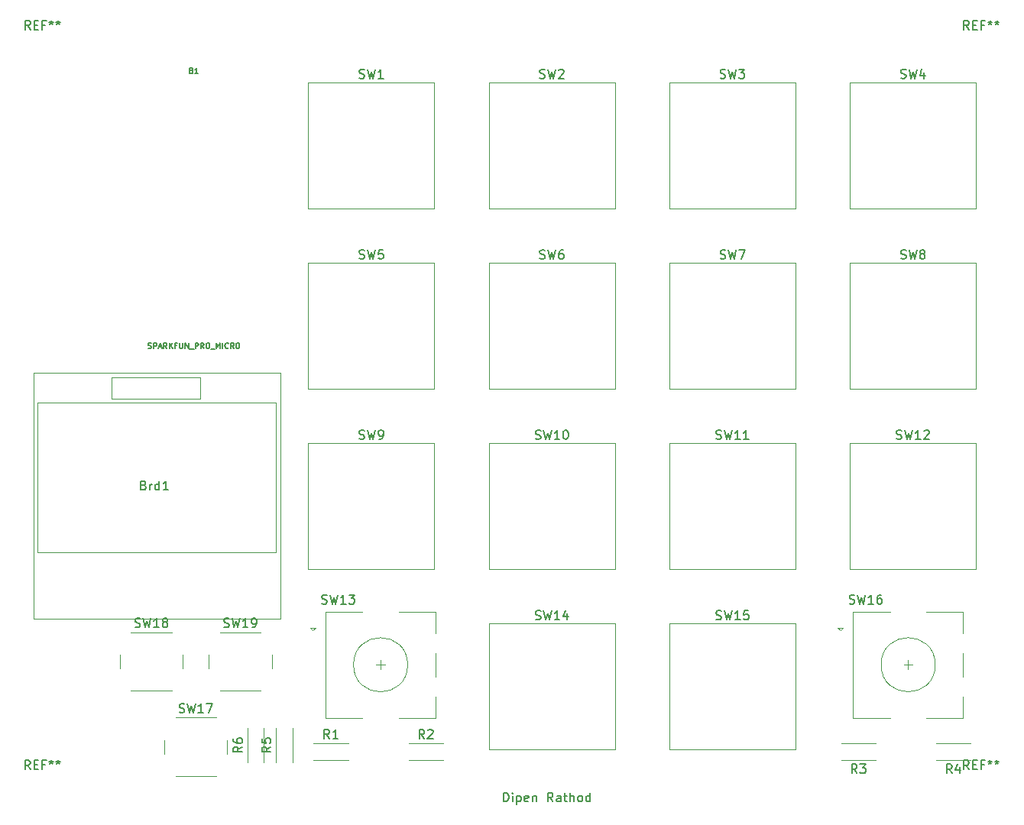
<source format=gbr>
%TF.GenerationSoftware,KiCad,Pcbnew,(5.1.6)-1*%
%TF.CreationDate,2021-03-20T19:18:11-04:00*%
%TF.ProjectId,MacroKeyboard2RotaryEncoders_Mech_with_profiles,4d616372-6f4b-4657-9962-6f6172643252,rev?*%
%TF.SameCoordinates,Original*%
%TF.FileFunction,Legend,Top*%
%TF.FilePolarity,Positive*%
%FSLAX46Y46*%
G04 Gerber Fmt 4.6, Leading zero omitted, Abs format (unit mm)*
G04 Created by KiCad (PCBNEW (5.1.6)-1) date 2021-03-20 19:18:11*
%MOMM*%
%LPD*%
G01*
G04 APERTURE LIST*
%ADD10C,0.150000*%
%ADD11C,0.120000*%
%ADD12C,0.127000*%
G04 APERTURE END LIST*
D10*
X100092476Y-125826780D02*
X100092476Y-124826780D01*
X100330571Y-124826780D01*
X100473428Y-124874400D01*
X100568666Y-124969638D01*
X100616285Y-125064876D01*
X100663904Y-125255352D01*
X100663904Y-125398209D01*
X100616285Y-125588685D01*
X100568666Y-125683923D01*
X100473428Y-125779161D01*
X100330571Y-125826780D01*
X100092476Y-125826780D01*
X101092476Y-125826780D02*
X101092476Y-125160114D01*
X101092476Y-124826780D02*
X101044857Y-124874400D01*
X101092476Y-124922019D01*
X101140095Y-124874400D01*
X101092476Y-124826780D01*
X101092476Y-124922019D01*
X101568666Y-125160114D02*
X101568666Y-126160114D01*
X101568666Y-125207733D02*
X101663904Y-125160114D01*
X101854380Y-125160114D01*
X101949619Y-125207733D01*
X101997238Y-125255352D01*
X102044857Y-125350590D01*
X102044857Y-125636304D01*
X101997238Y-125731542D01*
X101949619Y-125779161D01*
X101854380Y-125826780D01*
X101663904Y-125826780D01*
X101568666Y-125779161D01*
X102854380Y-125779161D02*
X102759142Y-125826780D01*
X102568666Y-125826780D01*
X102473428Y-125779161D01*
X102425809Y-125683923D01*
X102425809Y-125302971D01*
X102473428Y-125207733D01*
X102568666Y-125160114D01*
X102759142Y-125160114D01*
X102854380Y-125207733D01*
X102902000Y-125302971D01*
X102902000Y-125398209D01*
X102425809Y-125493447D01*
X103330571Y-125160114D02*
X103330571Y-125826780D01*
X103330571Y-125255352D02*
X103378190Y-125207733D01*
X103473428Y-125160114D01*
X103616285Y-125160114D01*
X103711523Y-125207733D01*
X103759142Y-125302971D01*
X103759142Y-125826780D01*
X105568666Y-125826780D02*
X105235333Y-125350590D01*
X104997238Y-125826780D02*
X104997238Y-124826780D01*
X105378190Y-124826780D01*
X105473428Y-124874400D01*
X105521047Y-124922019D01*
X105568666Y-125017257D01*
X105568666Y-125160114D01*
X105521047Y-125255352D01*
X105473428Y-125302971D01*
X105378190Y-125350590D01*
X104997238Y-125350590D01*
X106425809Y-125826780D02*
X106425809Y-125302971D01*
X106378190Y-125207733D01*
X106282952Y-125160114D01*
X106092476Y-125160114D01*
X105997238Y-125207733D01*
X106425809Y-125779161D02*
X106330571Y-125826780D01*
X106092476Y-125826780D01*
X105997238Y-125779161D01*
X105949619Y-125683923D01*
X105949619Y-125588685D01*
X105997238Y-125493447D01*
X106092476Y-125445828D01*
X106330571Y-125445828D01*
X106425809Y-125398209D01*
X106759142Y-125160114D02*
X107140095Y-125160114D01*
X106902000Y-124826780D02*
X106902000Y-125683923D01*
X106949619Y-125779161D01*
X107044857Y-125826780D01*
X107140095Y-125826780D01*
X107473428Y-125826780D02*
X107473428Y-124826780D01*
X107902000Y-125826780D02*
X107902000Y-125302971D01*
X107854380Y-125207733D01*
X107759142Y-125160114D01*
X107616285Y-125160114D01*
X107521047Y-125207733D01*
X107473428Y-125255352D01*
X108521047Y-125826780D02*
X108425809Y-125779161D01*
X108378190Y-125731542D01*
X108330571Y-125636304D01*
X108330571Y-125350590D01*
X108378190Y-125255352D01*
X108425809Y-125207733D01*
X108521047Y-125160114D01*
X108663904Y-125160114D01*
X108759142Y-125207733D01*
X108806761Y-125255352D01*
X108854380Y-125350590D01*
X108854380Y-125636304D01*
X108806761Y-125731542D01*
X108759142Y-125779161D01*
X108663904Y-125826780D01*
X108521047Y-125826780D01*
X109711523Y-125826780D02*
X109711523Y-124826780D01*
X109711523Y-125779161D02*
X109616285Y-125826780D01*
X109425809Y-125826780D01*
X109330571Y-125779161D01*
X109282952Y-125731542D01*
X109235333Y-125636304D01*
X109235333Y-125350590D01*
X109282952Y-125255352D01*
X109330571Y-125207733D01*
X109425809Y-125160114D01*
X109616285Y-125160114D01*
X109711523Y-125207733D01*
D11*
%TO.C,Brd1*%
X74879200Y-81559400D02*
X74625200Y-81571400D01*
X74879200Y-98196400D02*
X74879200Y-81559400D01*
X71539200Y-98171400D02*
X74879200Y-98196400D01*
X71539200Y-81571400D02*
X74625200Y-81571400D01*
X56718200Y-78765400D02*
X56718200Y-81178400D01*
X66497200Y-81178400D02*
X56718200Y-81178400D01*
X66497200Y-78765400D02*
X66497200Y-81178400D01*
X56718200Y-78765400D02*
X66497200Y-78765400D01*
X48439200Y-81571400D02*
X71539200Y-81571400D01*
X48439200Y-98171400D02*
X48439200Y-81571400D01*
X71539200Y-98171400D02*
X48439200Y-98171400D01*
X48017200Y-105576400D02*
X48017200Y-78276400D01*
X75417200Y-105576400D02*
X48017200Y-105576400D01*
X75417200Y-78276400D02*
X75417200Y-105576400D01*
X48017200Y-78276400D02*
X75417200Y-78276400D01*
%TO.C,R1*%
X79058400Y-121224800D02*
X82898400Y-121224800D01*
X79058400Y-119384800D02*
X82898400Y-119384800D01*
%TO.C,R2*%
X89579600Y-119386400D02*
X93419600Y-119386400D01*
X89579600Y-121226400D02*
X93419600Y-121226400D01*
%TO.C,R3*%
X141352999Y-119378599D02*
X137512999Y-119378599D01*
X141352999Y-121218599D02*
X137512999Y-121218599D01*
%TO.C,R4*%
X151871600Y-121221200D02*
X148031600Y-121221200D01*
X151871600Y-119381200D02*
X148031600Y-119381200D01*
%TO.C,R5*%
X76703801Y-121490999D02*
X76703801Y-117650999D01*
X74863801Y-121490999D02*
X74863801Y-117650999D01*
%TO.C,R6*%
X71713801Y-121490999D02*
X71713801Y-117650999D01*
X73553801Y-121490999D02*
X73553801Y-117650999D01*
%TO.C,SW1*%
X78475000Y-60065000D02*
X78475000Y-46095000D01*
X92445000Y-60065000D02*
X78475000Y-60065000D01*
X92445000Y-46095000D02*
X92445000Y-60065000D01*
X78475000Y-46095000D02*
X92445000Y-46095000D01*
%TO.C,SW2*%
X98475000Y-46095000D02*
X112445000Y-46095000D01*
X112445000Y-46095000D02*
X112445000Y-60065000D01*
X112445000Y-60065000D02*
X98475000Y-60065000D01*
X98475000Y-60065000D02*
X98475000Y-46095000D01*
%TO.C,SW3*%
X118475000Y-60065000D02*
X118475000Y-46095000D01*
X132445000Y-60065000D02*
X118475000Y-60065000D01*
X132445000Y-46095000D02*
X132445000Y-60065000D01*
X118475000Y-46095000D02*
X132445000Y-46095000D01*
%TO.C,SW4*%
X138475000Y-60065000D02*
X138475000Y-46095000D01*
X152445000Y-60065000D02*
X138475000Y-60065000D01*
X152445000Y-46095000D02*
X152445000Y-60065000D01*
X138475000Y-46095000D02*
X152445000Y-46095000D01*
%TO.C,SW5*%
X78475000Y-80065000D02*
X78475000Y-66095000D01*
X92445000Y-80065000D02*
X78475000Y-80065000D01*
X92445000Y-66095000D02*
X92445000Y-80065000D01*
X78475000Y-66095000D02*
X92445000Y-66095000D01*
%TO.C,SW6*%
X98475000Y-66095000D02*
X112445000Y-66095000D01*
X112445000Y-66095000D02*
X112445000Y-80065000D01*
X112445000Y-80065000D02*
X98475000Y-80065000D01*
X98475000Y-80065000D02*
X98475000Y-66095000D01*
%TO.C,SW7*%
X118475000Y-66095000D02*
X132445000Y-66095000D01*
X132445000Y-66095000D02*
X132445000Y-80065000D01*
X132445000Y-80065000D02*
X118475000Y-80065000D01*
X118475000Y-80065000D02*
X118475000Y-66095000D01*
%TO.C,SW8*%
X138475000Y-66095000D02*
X152445000Y-66095000D01*
X152445000Y-66095000D02*
X152445000Y-80065000D01*
X152445000Y-80065000D02*
X138475000Y-80065000D01*
X138475000Y-80065000D02*
X138475000Y-66095000D01*
%TO.C,SW9*%
X78475000Y-86095000D02*
X92445000Y-86095000D01*
X92445000Y-86095000D02*
X92445000Y-100065000D01*
X92445000Y-100065000D02*
X78475000Y-100065000D01*
X78475000Y-100065000D02*
X78475000Y-86095000D01*
%TO.C,SW10*%
X98475000Y-100065000D02*
X98475000Y-86095000D01*
X112445000Y-100065000D02*
X98475000Y-100065000D01*
X112445000Y-86095000D02*
X112445000Y-100065000D01*
X98475000Y-86095000D02*
X112445000Y-86095000D01*
%TO.C,SW11*%
X118475000Y-86095000D02*
X132445000Y-86095000D01*
X132445000Y-86095000D02*
X132445000Y-100065000D01*
X132445000Y-100065000D02*
X118475000Y-100065000D01*
X118475000Y-100065000D02*
X118475000Y-86095000D01*
%TO.C,SW12*%
X138475000Y-100065000D02*
X138475000Y-86095000D01*
X152445000Y-100065000D02*
X138475000Y-100065000D01*
X152445000Y-86095000D02*
X152445000Y-100065000D01*
X138475000Y-86095000D02*
X152445000Y-86095000D01*
%TO.C,SW13*%
X85984800Y-110651600D02*
X86984800Y-110651600D01*
X86484800Y-110151600D02*
X86484800Y-111151600D01*
X92584800Y-114151600D02*
X92584800Y-116551600D01*
X92584800Y-109351600D02*
X92584800Y-111951600D01*
X92584800Y-104751600D02*
X92584800Y-107151600D01*
X79284800Y-106551600D02*
X78984800Y-106851600D01*
X78684800Y-106551600D02*
X79284800Y-106551600D01*
X78984800Y-106851600D02*
X78684800Y-106551600D01*
X80384800Y-104751600D02*
X80384800Y-116551600D01*
X84484800Y-104751600D02*
X80384800Y-104751600D01*
X84484800Y-116551600D02*
X80384800Y-116551600D01*
X92584800Y-116551600D02*
X88484800Y-116551600D01*
X88484800Y-104751600D02*
X92584800Y-104751600D01*
X89484800Y-110651600D02*
G75*
G03*
X89484800Y-110651600I-3000000J0D01*
G01*
%TO.C,SW14*%
X98475000Y-120065000D02*
X98475000Y-106095000D01*
X112445000Y-120065000D02*
X98475000Y-120065000D01*
X112445000Y-106095000D02*
X112445000Y-120065000D01*
X98475000Y-106095000D02*
X112445000Y-106095000D01*
%TO.C,SW15*%
X118475000Y-106095000D02*
X132445000Y-106095000D01*
X132445000Y-106095000D02*
X132445000Y-120065000D01*
X132445000Y-120065000D02*
X118475000Y-120065000D01*
X118475000Y-120065000D02*
X118475000Y-106095000D01*
%TO.C,SW16*%
X147938800Y-110651600D02*
G75*
G03*
X147938800Y-110651600I-3000000J0D01*
G01*
X146938800Y-104751600D02*
X151038800Y-104751600D01*
X151038800Y-116551600D02*
X146938800Y-116551600D01*
X142938800Y-116551600D02*
X138838800Y-116551600D01*
X142938800Y-104751600D02*
X138838800Y-104751600D01*
X138838800Y-104751600D02*
X138838800Y-116551600D01*
X137438800Y-106851600D02*
X137138800Y-106551600D01*
X137138800Y-106551600D02*
X137738800Y-106551600D01*
X137738800Y-106551600D02*
X137438800Y-106851600D01*
X151038800Y-104751600D02*
X151038800Y-107151600D01*
X151038800Y-109351600D02*
X151038800Y-111951600D01*
X151038800Y-114151600D02*
X151038800Y-116551600D01*
X144938800Y-110151600D02*
X144938800Y-111151600D01*
X144438800Y-110651600D02*
X145438800Y-110651600D01*
%TO.C,SW17*%
X63750600Y-123000400D02*
X68250600Y-123000400D01*
X62500600Y-119000400D02*
X62500600Y-120500400D01*
X68250600Y-116500400D02*
X63750600Y-116500400D01*
X69500600Y-120500400D02*
X69500600Y-119000400D01*
%TO.C,SW18*%
X64580400Y-111051600D02*
X64580400Y-109551600D01*
X63330400Y-107051600D02*
X58830400Y-107051600D01*
X57580400Y-109551600D02*
X57580400Y-111051600D01*
X58830400Y-113551600D02*
X63330400Y-113551600D01*
%TO.C,SW19*%
X68680000Y-113552400D02*
X73180000Y-113552400D01*
X67430000Y-109552400D02*
X67430000Y-111052400D01*
X73180000Y-107052400D02*
X68680000Y-107052400D01*
X74430000Y-111052400D02*
X74430000Y-109552400D01*
%TO.C,REF\u002A\u002A*%
D10*
X151669866Y-40253980D02*
X151336533Y-39777790D01*
X151098438Y-40253980D02*
X151098438Y-39253980D01*
X151479390Y-39253980D01*
X151574628Y-39301600D01*
X151622247Y-39349219D01*
X151669866Y-39444457D01*
X151669866Y-39587314D01*
X151622247Y-39682552D01*
X151574628Y-39730171D01*
X151479390Y-39777790D01*
X151098438Y-39777790D01*
X152098438Y-39730171D02*
X152431771Y-39730171D01*
X152574628Y-40253980D02*
X152098438Y-40253980D01*
X152098438Y-39253980D01*
X152574628Y-39253980D01*
X153336533Y-39730171D02*
X153003200Y-39730171D01*
X153003200Y-40253980D02*
X153003200Y-39253980D01*
X153479390Y-39253980D01*
X154003200Y-39253980D02*
X154003200Y-39492076D01*
X153765104Y-39396838D02*
X154003200Y-39492076D01*
X154241295Y-39396838D01*
X153860342Y-39682552D02*
X154003200Y-39492076D01*
X154146057Y-39682552D01*
X154765104Y-39253980D02*
X154765104Y-39492076D01*
X154527009Y-39396838D02*
X154765104Y-39492076D01*
X155003200Y-39396838D01*
X154622247Y-39682552D02*
X154765104Y-39492076D01*
X154907961Y-39682552D01*
X47668266Y-40249580D02*
X47334933Y-39773390D01*
X47096838Y-40249580D02*
X47096838Y-39249580D01*
X47477790Y-39249580D01*
X47573028Y-39297200D01*
X47620647Y-39344819D01*
X47668266Y-39440057D01*
X47668266Y-39582914D01*
X47620647Y-39678152D01*
X47573028Y-39725771D01*
X47477790Y-39773390D01*
X47096838Y-39773390D01*
X48096838Y-39725771D02*
X48430171Y-39725771D01*
X48573028Y-40249580D02*
X48096838Y-40249580D01*
X48096838Y-39249580D01*
X48573028Y-39249580D01*
X49334933Y-39725771D02*
X49001600Y-39725771D01*
X49001600Y-40249580D02*
X49001600Y-39249580D01*
X49477790Y-39249580D01*
X50001600Y-39249580D02*
X50001600Y-39487676D01*
X49763504Y-39392438D02*
X50001600Y-39487676D01*
X50239695Y-39392438D01*
X49858742Y-39678152D02*
X50001600Y-39487676D01*
X50144457Y-39678152D01*
X50763504Y-39249580D02*
X50763504Y-39487676D01*
X50525409Y-39392438D02*
X50763504Y-39487676D01*
X51001600Y-39392438D01*
X50620647Y-39678152D02*
X50763504Y-39487676D01*
X50906361Y-39678152D01*
X47665466Y-122251180D02*
X47332133Y-121774990D01*
X47094038Y-122251180D02*
X47094038Y-121251180D01*
X47474990Y-121251180D01*
X47570228Y-121298800D01*
X47617847Y-121346419D01*
X47665466Y-121441657D01*
X47665466Y-121584514D01*
X47617847Y-121679752D01*
X47570228Y-121727371D01*
X47474990Y-121774990D01*
X47094038Y-121774990D01*
X48094038Y-121727371D02*
X48427371Y-121727371D01*
X48570228Y-122251180D02*
X48094038Y-122251180D01*
X48094038Y-121251180D01*
X48570228Y-121251180D01*
X49332133Y-121727371D02*
X48998800Y-121727371D01*
X48998800Y-122251180D02*
X48998800Y-121251180D01*
X49474990Y-121251180D01*
X49998800Y-121251180D02*
X49998800Y-121489276D01*
X49760704Y-121394038D02*
X49998800Y-121489276D01*
X50236895Y-121394038D01*
X49855942Y-121679752D02*
X49998800Y-121489276D01*
X50141657Y-121679752D01*
X50760704Y-121251180D02*
X50760704Y-121489276D01*
X50522609Y-121394038D02*
X50760704Y-121489276D01*
X50998800Y-121394038D01*
X50617847Y-121679752D02*
X50760704Y-121489276D01*
X50903561Y-121679752D01*
X151669066Y-122248780D02*
X151335733Y-121772590D01*
X151097638Y-122248780D02*
X151097638Y-121248780D01*
X151478590Y-121248780D01*
X151573828Y-121296400D01*
X151621447Y-121344019D01*
X151669066Y-121439257D01*
X151669066Y-121582114D01*
X151621447Y-121677352D01*
X151573828Y-121724971D01*
X151478590Y-121772590D01*
X151097638Y-121772590D01*
X152097638Y-121724971D02*
X152430971Y-121724971D01*
X152573828Y-122248780D02*
X152097638Y-122248780D01*
X152097638Y-121248780D01*
X152573828Y-121248780D01*
X153335733Y-121724971D02*
X153002400Y-121724971D01*
X153002400Y-122248780D02*
X153002400Y-121248780D01*
X153478590Y-121248780D01*
X154002400Y-121248780D02*
X154002400Y-121486876D01*
X153764304Y-121391638D02*
X154002400Y-121486876D01*
X154240495Y-121391638D01*
X153859542Y-121677352D02*
X154002400Y-121486876D01*
X154145257Y-121677352D01*
X154764304Y-121248780D02*
X154764304Y-121486876D01*
X154526209Y-121391638D02*
X154764304Y-121486876D01*
X155002400Y-121391638D01*
X154621447Y-121677352D02*
X154764304Y-121486876D01*
X154907161Y-121677352D01*
%TO.C,B1*%
D12*
X65543257Y-44782857D02*
X65630342Y-44811885D01*
X65659371Y-44840914D01*
X65688400Y-44898971D01*
X65688400Y-44986057D01*
X65659371Y-45044114D01*
X65630342Y-45073142D01*
X65572285Y-45102171D01*
X65340057Y-45102171D01*
X65340057Y-44492571D01*
X65543257Y-44492571D01*
X65601314Y-44521600D01*
X65630342Y-44550628D01*
X65659371Y-44608685D01*
X65659371Y-44666742D01*
X65630342Y-44724800D01*
X65601314Y-44753828D01*
X65543257Y-44782857D01*
X65340057Y-44782857D01*
X66268971Y-45102171D02*
X65920628Y-45102171D01*
X66094800Y-45102171D02*
X66094800Y-44492571D01*
X66036742Y-44579657D01*
X65978685Y-44637714D01*
X65920628Y-44666742D01*
X60724514Y-75553142D02*
X60811600Y-75582171D01*
X60956742Y-75582171D01*
X61014800Y-75553142D01*
X61043828Y-75524114D01*
X61072857Y-75466057D01*
X61072857Y-75408000D01*
X61043828Y-75349942D01*
X61014800Y-75320914D01*
X60956742Y-75291885D01*
X60840628Y-75262857D01*
X60782571Y-75233828D01*
X60753542Y-75204800D01*
X60724514Y-75146742D01*
X60724514Y-75088685D01*
X60753542Y-75030628D01*
X60782571Y-75001600D01*
X60840628Y-74972571D01*
X60985771Y-74972571D01*
X61072857Y-75001600D01*
X61334114Y-75582171D02*
X61334114Y-74972571D01*
X61566342Y-74972571D01*
X61624400Y-75001600D01*
X61653428Y-75030628D01*
X61682457Y-75088685D01*
X61682457Y-75175771D01*
X61653428Y-75233828D01*
X61624400Y-75262857D01*
X61566342Y-75291885D01*
X61334114Y-75291885D01*
X61914685Y-75408000D02*
X62204971Y-75408000D01*
X61856628Y-75582171D02*
X62059828Y-74972571D01*
X62263028Y-75582171D01*
X62814571Y-75582171D02*
X62611371Y-75291885D01*
X62466228Y-75582171D02*
X62466228Y-74972571D01*
X62698457Y-74972571D01*
X62756514Y-75001600D01*
X62785542Y-75030628D01*
X62814571Y-75088685D01*
X62814571Y-75175771D01*
X62785542Y-75233828D01*
X62756514Y-75262857D01*
X62698457Y-75291885D01*
X62466228Y-75291885D01*
X63075828Y-75582171D02*
X63075828Y-74972571D01*
X63424171Y-75582171D02*
X63162914Y-75233828D01*
X63424171Y-74972571D02*
X63075828Y-75320914D01*
X63888628Y-75262857D02*
X63685428Y-75262857D01*
X63685428Y-75582171D02*
X63685428Y-74972571D01*
X63975714Y-74972571D01*
X64207942Y-74972571D02*
X64207942Y-75466057D01*
X64236971Y-75524114D01*
X64266000Y-75553142D01*
X64324057Y-75582171D01*
X64440171Y-75582171D01*
X64498228Y-75553142D01*
X64527257Y-75524114D01*
X64556285Y-75466057D01*
X64556285Y-74972571D01*
X64846571Y-75582171D02*
X64846571Y-74972571D01*
X65194914Y-75582171D01*
X65194914Y-74972571D01*
X65340057Y-75640228D02*
X65804514Y-75640228D01*
X65949657Y-75582171D02*
X65949657Y-74972571D01*
X66181885Y-74972571D01*
X66239942Y-75001600D01*
X66268971Y-75030628D01*
X66298000Y-75088685D01*
X66298000Y-75175771D01*
X66268971Y-75233828D01*
X66239942Y-75262857D01*
X66181885Y-75291885D01*
X65949657Y-75291885D01*
X66907600Y-75582171D02*
X66704400Y-75291885D01*
X66559257Y-75582171D02*
X66559257Y-74972571D01*
X66791485Y-74972571D01*
X66849542Y-75001600D01*
X66878571Y-75030628D01*
X66907600Y-75088685D01*
X66907600Y-75175771D01*
X66878571Y-75233828D01*
X66849542Y-75262857D01*
X66791485Y-75291885D01*
X66559257Y-75291885D01*
X67284971Y-74972571D02*
X67401085Y-74972571D01*
X67459142Y-75001600D01*
X67517200Y-75059657D01*
X67546228Y-75175771D01*
X67546228Y-75378971D01*
X67517200Y-75495085D01*
X67459142Y-75553142D01*
X67401085Y-75582171D01*
X67284971Y-75582171D01*
X67226914Y-75553142D01*
X67168857Y-75495085D01*
X67139828Y-75378971D01*
X67139828Y-75175771D01*
X67168857Y-75059657D01*
X67226914Y-75001600D01*
X67284971Y-74972571D01*
X67662342Y-75640228D02*
X68126800Y-75640228D01*
X68271942Y-75582171D02*
X68271942Y-74972571D01*
X68475142Y-75408000D01*
X68678342Y-74972571D01*
X68678342Y-75582171D01*
X68968628Y-75582171D02*
X68968628Y-74972571D01*
X69607257Y-75524114D02*
X69578228Y-75553142D01*
X69491142Y-75582171D01*
X69433085Y-75582171D01*
X69346000Y-75553142D01*
X69287942Y-75495085D01*
X69258914Y-75437028D01*
X69229885Y-75320914D01*
X69229885Y-75233828D01*
X69258914Y-75117714D01*
X69287942Y-75059657D01*
X69346000Y-75001600D01*
X69433085Y-74972571D01*
X69491142Y-74972571D01*
X69578228Y-75001600D01*
X69607257Y-75030628D01*
X70216857Y-75582171D02*
X70013657Y-75291885D01*
X69868514Y-75582171D02*
X69868514Y-74972571D01*
X70100742Y-74972571D01*
X70158800Y-75001600D01*
X70187828Y-75030628D01*
X70216857Y-75088685D01*
X70216857Y-75175771D01*
X70187828Y-75233828D01*
X70158800Y-75262857D01*
X70100742Y-75291885D01*
X69868514Y-75291885D01*
X70594228Y-74972571D02*
X70710342Y-74972571D01*
X70768400Y-75001600D01*
X70826457Y-75059657D01*
X70855485Y-75175771D01*
X70855485Y-75378971D01*
X70826457Y-75495085D01*
X70768400Y-75553142D01*
X70710342Y-75582171D01*
X70594228Y-75582171D01*
X70536171Y-75553142D01*
X70478114Y-75495085D01*
X70449085Y-75378971D01*
X70449085Y-75175771D01*
X70478114Y-75059657D01*
X70536171Y-75001600D01*
X70594228Y-74972571D01*
%TO.C,Brd1*%
D10*
X60250533Y-90758971D02*
X60393390Y-90806590D01*
X60441009Y-90854209D01*
X60488628Y-90949447D01*
X60488628Y-91092304D01*
X60441009Y-91187542D01*
X60393390Y-91235161D01*
X60298152Y-91282780D01*
X59917200Y-91282780D01*
X59917200Y-90282780D01*
X60250533Y-90282780D01*
X60345771Y-90330400D01*
X60393390Y-90378019D01*
X60441009Y-90473257D01*
X60441009Y-90568495D01*
X60393390Y-90663733D01*
X60345771Y-90711352D01*
X60250533Y-90758971D01*
X59917200Y-90758971D01*
X60917200Y-91282780D02*
X60917200Y-90616114D01*
X60917200Y-90806590D02*
X60964819Y-90711352D01*
X61012438Y-90663733D01*
X61107676Y-90616114D01*
X61202914Y-90616114D01*
X61964819Y-91282780D02*
X61964819Y-90282780D01*
X61964819Y-91235161D02*
X61869580Y-91282780D01*
X61679104Y-91282780D01*
X61583866Y-91235161D01*
X61536247Y-91187542D01*
X61488628Y-91092304D01*
X61488628Y-90806590D01*
X61536247Y-90711352D01*
X61583866Y-90663733D01*
X61679104Y-90616114D01*
X61869580Y-90616114D01*
X61964819Y-90663733D01*
X62964819Y-91282780D02*
X62393390Y-91282780D01*
X62679104Y-91282780D02*
X62679104Y-90282780D01*
X62583866Y-90425638D01*
X62488628Y-90520876D01*
X62393390Y-90568495D01*
%TO.C,R1*%
X80811733Y-118837180D02*
X80478400Y-118360990D01*
X80240304Y-118837180D02*
X80240304Y-117837180D01*
X80621257Y-117837180D01*
X80716495Y-117884800D01*
X80764114Y-117932419D01*
X80811733Y-118027657D01*
X80811733Y-118170514D01*
X80764114Y-118265752D01*
X80716495Y-118313371D01*
X80621257Y-118360990D01*
X80240304Y-118360990D01*
X81764114Y-118837180D02*
X81192685Y-118837180D01*
X81478400Y-118837180D02*
X81478400Y-117837180D01*
X81383161Y-117980038D01*
X81287923Y-118075276D01*
X81192685Y-118122895D01*
%TO.C,R2*%
X91332933Y-118838780D02*
X90999600Y-118362590D01*
X90761504Y-118838780D02*
X90761504Y-117838780D01*
X91142457Y-117838780D01*
X91237695Y-117886400D01*
X91285314Y-117934019D01*
X91332933Y-118029257D01*
X91332933Y-118172114D01*
X91285314Y-118267352D01*
X91237695Y-118314971D01*
X91142457Y-118362590D01*
X90761504Y-118362590D01*
X91713885Y-117934019D02*
X91761504Y-117886400D01*
X91856742Y-117838780D01*
X92094838Y-117838780D01*
X92190076Y-117886400D01*
X92237695Y-117934019D01*
X92285314Y-118029257D01*
X92285314Y-118124495D01*
X92237695Y-118267352D01*
X91666266Y-118838780D01*
X92285314Y-118838780D01*
%TO.C,R3*%
X139266332Y-122670979D02*
X138932999Y-122194789D01*
X138694903Y-122670979D02*
X138694903Y-121670979D01*
X139075856Y-121670979D01*
X139171094Y-121718599D01*
X139218713Y-121766218D01*
X139266332Y-121861456D01*
X139266332Y-122004313D01*
X139218713Y-122099551D01*
X139171094Y-122147170D01*
X139075856Y-122194789D01*
X138694903Y-122194789D01*
X139599665Y-121670979D02*
X140218713Y-121670979D01*
X139885379Y-122051932D01*
X140028237Y-122051932D01*
X140123475Y-122099551D01*
X140171094Y-122147170D01*
X140218713Y-122242408D01*
X140218713Y-122480503D01*
X140171094Y-122575741D01*
X140123475Y-122623360D01*
X140028237Y-122670979D01*
X139742522Y-122670979D01*
X139647284Y-122623360D01*
X139599665Y-122575741D01*
%TO.C,R4*%
X149784933Y-122673580D02*
X149451600Y-122197390D01*
X149213504Y-122673580D02*
X149213504Y-121673580D01*
X149594457Y-121673580D01*
X149689695Y-121721200D01*
X149737314Y-121768819D01*
X149784933Y-121864057D01*
X149784933Y-122006914D01*
X149737314Y-122102152D01*
X149689695Y-122149771D01*
X149594457Y-122197390D01*
X149213504Y-122197390D01*
X150642076Y-122006914D02*
X150642076Y-122673580D01*
X150403980Y-121625961D02*
X150165885Y-122340247D01*
X150784933Y-122340247D01*
%TO.C,R5*%
X74316181Y-119737665D02*
X73839991Y-120070999D01*
X74316181Y-120309094D02*
X73316181Y-120309094D01*
X73316181Y-119928141D01*
X73363801Y-119832903D01*
X73411420Y-119785284D01*
X73506658Y-119737665D01*
X73649515Y-119737665D01*
X73744753Y-119785284D01*
X73792372Y-119832903D01*
X73839991Y-119928141D01*
X73839991Y-120309094D01*
X73316181Y-118832903D02*
X73316181Y-119309094D01*
X73792372Y-119356713D01*
X73744753Y-119309094D01*
X73697134Y-119213856D01*
X73697134Y-118975760D01*
X73744753Y-118880522D01*
X73792372Y-118832903D01*
X73887610Y-118785284D01*
X74125705Y-118785284D01*
X74220943Y-118832903D01*
X74268562Y-118880522D01*
X74316181Y-118975760D01*
X74316181Y-119213856D01*
X74268562Y-119309094D01*
X74220943Y-119356713D01*
%TO.C,R6*%
X71166181Y-119737665D02*
X70689991Y-120070999D01*
X71166181Y-120309094D02*
X70166181Y-120309094D01*
X70166181Y-119928141D01*
X70213801Y-119832903D01*
X70261420Y-119785284D01*
X70356658Y-119737665D01*
X70499515Y-119737665D01*
X70594753Y-119785284D01*
X70642372Y-119832903D01*
X70689991Y-119928141D01*
X70689991Y-120309094D01*
X70166181Y-118880522D02*
X70166181Y-119070999D01*
X70213801Y-119166237D01*
X70261420Y-119213856D01*
X70404277Y-119309094D01*
X70594753Y-119356713D01*
X70975705Y-119356713D01*
X71070943Y-119309094D01*
X71118562Y-119261475D01*
X71166181Y-119166237D01*
X71166181Y-118975760D01*
X71118562Y-118880522D01*
X71070943Y-118832903D01*
X70975705Y-118785284D01*
X70737610Y-118785284D01*
X70642372Y-118832903D01*
X70594753Y-118880522D01*
X70547134Y-118975760D01*
X70547134Y-119166237D01*
X70594753Y-119261475D01*
X70642372Y-119309094D01*
X70737610Y-119356713D01*
%TO.C,SW1*%
X84126666Y-45610761D02*
X84269523Y-45658380D01*
X84507619Y-45658380D01*
X84602857Y-45610761D01*
X84650476Y-45563142D01*
X84698095Y-45467904D01*
X84698095Y-45372666D01*
X84650476Y-45277428D01*
X84602857Y-45229809D01*
X84507619Y-45182190D01*
X84317142Y-45134571D01*
X84221904Y-45086952D01*
X84174285Y-45039333D01*
X84126666Y-44944095D01*
X84126666Y-44848857D01*
X84174285Y-44753619D01*
X84221904Y-44706000D01*
X84317142Y-44658380D01*
X84555238Y-44658380D01*
X84698095Y-44706000D01*
X85031428Y-44658380D02*
X85269523Y-45658380D01*
X85460000Y-44944095D01*
X85650476Y-45658380D01*
X85888571Y-44658380D01*
X86793333Y-45658380D02*
X86221904Y-45658380D01*
X86507619Y-45658380D02*
X86507619Y-44658380D01*
X86412380Y-44801238D01*
X86317142Y-44896476D01*
X86221904Y-44944095D01*
%TO.C,SW2*%
X104126666Y-45610761D02*
X104269523Y-45658380D01*
X104507619Y-45658380D01*
X104602857Y-45610761D01*
X104650476Y-45563142D01*
X104698095Y-45467904D01*
X104698095Y-45372666D01*
X104650476Y-45277428D01*
X104602857Y-45229809D01*
X104507619Y-45182190D01*
X104317142Y-45134571D01*
X104221904Y-45086952D01*
X104174285Y-45039333D01*
X104126666Y-44944095D01*
X104126666Y-44848857D01*
X104174285Y-44753619D01*
X104221904Y-44706000D01*
X104317142Y-44658380D01*
X104555238Y-44658380D01*
X104698095Y-44706000D01*
X105031428Y-44658380D02*
X105269523Y-45658380D01*
X105460000Y-44944095D01*
X105650476Y-45658380D01*
X105888571Y-44658380D01*
X106221904Y-44753619D02*
X106269523Y-44706000D01*
X106364761Y-44658380D01*
X106602857Y-44658380D01*
X106698095Y-44706000D01*
X106745714Y-44753619D01*
X106793333Y-44848857D01*
X106793333Y-44944095D01*
X106745714Y-45086952D01*
X106174285Y-45658380D01*
X106793333Y-45658380D01*
%TO.C,SW3*%
X124126666Y-45610761D02*
X124269523Y-45658380D01*
X124507619Y-45658380D01*
X124602857Y-45610761D01*
X124650476Y-45563142D01*
X124698095Y-45467904D01*
X124698095Y-45372666D01*
X124650476Y-45277428D01*
X124602857Y-45229809D01*
X124507619Y-45182190D01*
X124317142Y-45134571D01*
X124221904Y-45086952D01*
X124174285Y-45039333D01*
X124126666Y-44944095D01*
X124126666Y-44848857D01*
X124174285Y-44753619D01*
X124221904Y-44706000D01*
X124317142Y-44658380D01*
X124555238Y-44658380D01*
X124698095Y-44706000D01*
X125031428Y-44658380D02*
X125269523Y-45658380D01*
X125460000Y-44944095D01*
X125650476Y-45658380D01*
X125888571Y-44658380D01*
X126174285Y-44658380D02*
X126793333Y-44658380D01*
X126460000Y-45039333D01*
X126602857Y-45039333D01*
X126698095Y-45086952D01*
X126745714Y-45134571D01*
X126793333Y-45229809D01*
X126793333Y-45467904D01*
X126745714Y-45563142D01*
X126698095Y-45610761D01*
X126602857Y-45658380D01*
X126317142Y-45658380D01*
X126221904Y-45610761D01*
X126174285Y-45563142D01*
%TO.C,SW4*%
X144126666Y-45610761D02*
X144269523Y-45658380D01*
X144507619Y-45658380D01*
X144602857Y-45610761D01*
X144650476Y-45563142D01*
X144698095Y-45467904D01*
X144698095Y-45372666D01*
X144650476Y-45277428D01*
X144602857Y-45229809D01*
X144507619Y-45182190D01*
X144317142Y-45134571D01*
X144221904Y-45086952D01*
X144174285Y-45039333D01*
X144126666Y-44944095D01*
X144126666Y-44848857D01*
X144174285Y-44753619D01*
X144221904Y-44706000D01*
X144317142Y-44658380D01*
X144555238Y-44658380D01*
X144698095Y-44706000D01*
X145031428Y-44658380D02*
X145269523Y-45658380D01*
X145460000Y-44944095D01*
X145650476Y-45658380D01*
X145888571Y-44658380D01*
X146698095Y-44991714D02*
X146698095Y-45658380D01*
X146460000Y-44610761D02*
X146221904Y-45325047D01*
X146840952Y-45325047D01*
%TO.C,SW5*%
X84126666Y-65610761D02*
X84269523Y-65658380D01*
X84507619Y-65658380D01*
X84602857Y-65610761D01*
X84650476Y-65563142D01*
X84698095Y-65467904D01*
X84698095Y-65372666D01*
X84650476Y-65277428D01*
X84602857Y-65229809D01*
X84507619Y-65182190D01*
X84317142Y-65134571D01*
X84221904Y-65086952D01*
X84174285Y-65039333D01*
X84126666Y-64944095D01*
X84126666Y-64848857D01*
X84174285Y-64753619D01*
X84221904Y-64706000D01*
X84317142Y-64658380D01*
X84555238Y-64658380D01*
X84698095Y-64706000D01*
X85031428Y-64658380D02*
X85269523Y-65658380D01*
X85460000Y-64944095D01*
X85650476Y-65658380D01*
X85888571Y-64658380D01*
X86745714Y-64658380D02*
X86269523Y-64658380D01*
X86221904Y-65134571D01*
X86269523Y-65086952D01*
X86364761Y-65039333D01*
X86602857Y-65039333D01*
X86698095Y-65086952D01*
X86745714Y-65134571D01*
X86793333Y-65229809D01*
X86793333Y-65467904D01*
X86745714Y-65563142D01*
X86698095Y-65610761D01*
X86602857Y-65658380D01*
X86364761Y-65658380D01*
X86269523Y-65610761D01*
X86221904Y-65563142D01*
%TO.C,SW6*%
X104126666Y-65610761D02*
X104269523Y-65658380D01*
X104507619Y-65658380D01*
X104602857Y-65610761D01*
X104650476Y-65563142D01*
X104698095Y-65467904D01*
X104698095Y-65372666D01*
X104650476Y-65277428D01*
X104602857Y-65229809D01*
X104507619Y-65182190D01*
X104317142Y-65134571D01*
X104221904Y-65086952D01*
X104174285Y-65039333D01*
X104126666Y-64944095D01*
X104126666Y-64848857D01*
X104174285Y-64753619D01*
X104221904Y-64706000D01*
X104317142Y-64658380D01*
X104555238Y-64658380D01*
X104698095Y-64706000D01*
X105031428Y-64658380D02*
X105269523Y-65658380D01*
X105460000Y-64944095D01*
X105650476Y-65658380D01*
X105888571Y-64658380D01*
X106698095Y-64658380D02*
X106507619Y-64658380D01*
X106412380Y-64706000D01*
X106364761Y-64753619D01*
X106269523Y-64896476D01*
X106221904Y-65086952D01*
X106221904Y-65467904D01*
X106269523Y-65563142D01*
X106317142Y-65610761D01*
X106412380Y-65658380D01*
X106602857Y-65658380D01*
X106698095Y-65610761D01*
X106745714Y-65563142D01*
X106793333Y-65467904D01*
X106793333Y-65229809D01*
X106745714Y-65134571D01*
X106698095Y-65086952D01*
X106602857Y-65039333D01*
X106412380Y-65039333D01*
X106317142Y-65086952D01*
X106269523Y-65134571D01*
X106221904Y-65229809D01*
%TO.C,SW7*%
X124126666Y-65610761D02*
X124269523Y-65658380D01*
X124507619Y-65658380D01*
X124602857Y-65610761D01*
X124650476Y-65563142D01*
X124698095Y-65467904D01*
X124698095Y-65372666D01*
X124650476Y-65277428D01*
X124602857Y-65229809D01*
X124507619Y-65182190D01*
X124317142Y-65134571D01*
X124221904Y-65086952D01*
X124174285Y-65039333D01*
X124126666Y-64944095D01*
X124126666Y-64848857D01*
X124174285Y-64753619D01*
X124221904Y-64706000D01*
X124317142Y-64658380D01*
X124555238Y-64658380D01*
X124698095Y-64706000D01*
X125031428Y-64658380D02*
X125269523Y-65658380D01*
X125460000Y-64944095D01*
X125650476Y-65658380D01*
X125888571Y-64658380D01*
X126174285Y-64658380D02*
X126840952Y-64658380D01*
X126412380Y-65658380D01*
%TO.C,SW8*%
X144126666Y-65610761D02*
X144269523Y-65658380D01*
X144507619Y-65658380D01*
X144602857Y-65610761D01*
X144650476Y-65563142D01*
X144698095Y-65467904D01*
X144698095Y-65372666D01*
X144650476Y-65277428D01*
X144602857Y-65229809D01*
X144507619Y-65182190D01*
X144317142Y-65134571D01*
X144221904Y-65086952D01*
X144174285Y-65039333D01*
X144126666Y-64944095D01*
X144126666Y-64848857D01*
X144174285Y-64753619D01*
X144221904Y-64706000D01*
X144317142Y-64658380D01*
X144555238Y-64658380D01*
X144698095Y-64706000D01*
X145031428Y-64658380D02*
X145269523Y-65658380D01*
X145460000Y-64944095D01*
X145650476Y-65658380D01*
X145888571Y-64658380D01*
X146412380Y-65086952D02*
X146317142Y-65039333D01*
X146269523Y-64991714D01*
X146221904Y-64896476D01*
X146221904Y-64848857D01*
X146269523Y-64753619D01*
X146317142Y-64706000D01*
X146412380Y-64658380D01*
X146602857Y-64658380D01*
X146698095Y-64706000D01*
X146745714Y-64753619D01*
X146793333Y-64848857D01*
X146793333Y-64896476D01*
X146745714Y-64991714D01*
X146698095Y-65039333D01*
X146602857Y-65086952D01*
X146412380Y-65086952D01*
X146317142Y-65134571D01*
X146269523Y-65182190D01*
X146221904Y-65277428D01*
X146221904Y-65467904D01*
X146269523Y-65563142D01*
X146317142Y-65610761D01*
X146412380Y-65658380D01*
X146602857Y-65658380D01*
X146698095Y-65610761D01*
X146745714Y-65563142D01*
X146793333Y-65467904D01*
X146793333Y-65277428D01*
X146745714Y-65182190D01*
X146698095Y-65134571D01*
X146602857Y-65086952D01*
%TO.C,SW9*%
X84126666Y-85610761D02*
X84269523Y-85658380D01*
X84507619Y-85658380D01*
X84602857Y-85610761D01*
X84650476Y-85563142D01*
X84698095Y-85467904D01*
X84698095Y-85372666D01*
X84650476Y-85277428D01*
X84602857Y-85229809D01*
X84507619Y-85182190D01*
X84317142Y-85134571D01*
X84221904Y-85086952D01*
X84174285Y-85039333D01*
X84126666Y-84944095D01*
X84126666Y-84848857D01*
X84174285Y-84753619D01*
X84221904Y-84706000D01*
X84317142Y-84658380D01*
X84555238Y-84658380D01*
X84698095Y-84706000D01*
X85031428Y-84658380D02*
X85269523Y-85658380D01*
X85460000Y-84944095D01*
X85650476Y-85658380D01*
X85888571Y-84658380D01*
X86317142Y-85658380D02*
X86507619Y-85658380D01*
X86602857Y-85610761D01*
X86650476Y-85563142D01*
X86745714Y-85420285D01*
X86793333Y-85229809D01*
X86793333Y-84848857D01*
X86745714Y-84753619D01*
X86698095Y-84706000D01*
X86602857Y-84658380D01*
X86412380Y-84658380D01*
X86317142Y-84706000D01*
X86269523Y-84753619D01*
X86221904Y-84848857D01*
X86221904Y-85086952D01*
X86269523Y-85182190D01*
X86317142Y-85229809D01*
X86412380Y-85277428D01*
X86602857Y-85277428D01*
X86698095Y-85229809D01*
X86745714Y-85182190D01*
X86793333Y-85086952D01*
%TO.C,SW10*%
X103650476Y-85610761D02*
X103793333Y-85658380D01*
X104031428Y-85658380D01*
X104126666Y-85610761D01*
X104174285Y-85563142D01*
X104221904Y-85467904D01*
X104221904Y-85372666D01*
X104174285Y-85277428D01*
X104126666Y-85229809D01*
X104031428Y-85182190D01*
X103840952Y-85134571D01*
X103745714Y-85086952D01*
X103698095Y-85039333D01*
X103650476Y-84944095D01*
X103650476Y-84848857D01*
X103698095Y-84753619D01*
X103745714Y-84706000D01*
X103840952Y-84658380D01*
X104079047Y-84658380D01*
X104221904Y-84706000D01*
X104555238Y-84658380D02*
X104793333Y-85658380D01*
X104983809Y-84944095D01*
X105174285Y-85658380D01*
X105412380Y-84658380D01*
X106317142Y-85658380D02*
X105745714Y-85658380D01*
X106031428Y-85658380D02*
X106031428Y-84658380D01*
X105936190Y-84801238D01*
X105840952Y-84896476D01*
X105745714Y-84944095D01*
X106936190Y-84658380D02*
X107031428Y-84658380D01*
X107126666Y-84706000D01*
X107174285Y-84753619D01*
X107221904Y-84848857D01*
X107269523Y-85039333D01*
X107269523Y-85277428D01*
X107221904Y-85467904D01*
X107174285Y-85563142D01*
X107126666Y-85610761D01*
X107031428Y-85658380D01*
X106936190Y-85658380D01*
X106840952Y-85610761D01*
X106793333Y-85563142D01*
X106745714Y-85467904D01*
X106698095Y-85277428D01*
X106698095Y-85039333D01*
X106745714Y-84848857D01*
X106793333Y-84753619D01*
X106840952Y-84706000D01*
X106936190Y-84658380D01*
%TO.C,SW11*%
X123650476Y-85610761D02*
X123793333Y-85658380D01*
X124031428Y-85658380D01*
X124126666Y-85610761D01*
X124174285Y-85563142D01*
X124221904Y-85467904D01*
X124221904Y-85372666D01*
X124174285Y-85277428D01*
X124126666Y-85229809D01*
X124031428Y-85182190D01*
X123840952Y-85134571D01*
X123745714Y-85086952D01*
X123698095Y-85039333D01*
X123650476Y-84944095D01*
X123650476Y-84848857D01*
X123698095Y-84753619D01*
X123745714Y-84706000D01*
X123840952Y-84658380D01*
X124079047Y-84658380D01*
X124221904Y-84706000D01*
X124555238Y-84658380D02*
X124793333Y-85658380D01*
X124983809Y-84944095D01*
X125174285Y-85658380D01*
X125412380Y-84658380D01*
X126317142Y-85658380D02*
X125745714Y-85658380D01*
X126031428Y-85658380D02*
X126031428Y-84658380D01*
X125936190Y-84801238D01*
X125840952Y-84896476D01*
X125745714Y-84944095D01*
X127269523Y-85658380D02*
X126698095Y-85658380D01*
X126983809Y-85658380D02*
X126983809Y-84658380D01*
X126888571Y-84801238D01*
X126793333Y-84896476D01*
X126698095Y-84944095D01*
%TO.C,SW12*%
X143650476Y-85610761D02*
X143793333Y-85658380D01*
X144031428Y-85658380D01*
X144126666Y-85610761D01*
X144174285Y-85563142D01*
X144221904Y-85467904D01*
X144221904Y-85372666D01*
X144174285Y-85277428D01*
X144126666Y-85229809D01*
X144031428Y-85182190D01*
X143840952Y-85134571D01*
X143745714Y-85086952D01*
X143698095Y-85039333D01*
X143650476Y-84944095D01*
X143650476Y-84848857D01*
X143698095Y-84753619D01*
X143745714Y-84706000D01*
X143840952Y-84658380D01*
X144079047Y-84658380D01*
X144221904Y-84706000D01*
X144555238Y-84658380D02*
X144793333Y-85658380D01*
X144983809Y-84944095D01*
X145174285Y-85658380D01*
X145412380Y-84658380D01*
X146317142Y-85658380D02*
X145745714Y-85658380D01*
X146031428Y-85658380D02*
X146031428Y-84658380D01*
X145936190Y-84801238D01*
X145840952Y-84896476D01*
X145745714Y-84944095D01*
X146698095Y-84753619D02*
X146745714Y-84706000D01*
X146840952Y-84658380D01*
X147079047Y-84658380D01*
X147174285Y-84706000D01*
X147221904Y-84753619D01*
X147269523Y-84848857D01*
X147269523Y-84944095D01*
X147221904Y-85086952D01*
X146650476Y-85658380D01*
X147269523Y-85658380D01*
%TO.C,SW13*%
X79975276Y-103856361D02*
X80118133Y-103903980D01*
X80356228Y-103903980D01*
X80451466Y-103856361D01*
X80499085Y-103808742D01*
X80546704Y-103713504D01*
X80546704Y-103618266D01*
X80499085Y-103523028D01*
X80451466Y-103475409D01*
X80356228Y-103427790D01*
X80165752Y-103380171D01*
X80070514Y-103332552D01*
X80022895Y-103284933D01*
X79975276Y-103189695D01*
X79975276Y-103094457D01*
X80022895Y-102999219D01*
X80070514Y-102951600D01*
X80165752Y-102903980D01*
X80403847Y-102903980D01*
X80546704Y-102951600D01*
X80880038Y-102903980D02*
X81118133Y-103903980D01*
X81308609Y-103189695D01*
X81499085Y-103903980D01*
X81737180Y-102903980D01*
X82641942Y-103903980D02*
X82070514Y-103903980D01*
X82356228Y-103903980D02*
X82356228Y-102903980D01*
X82260990Y-103046838D01*
X82165752Y-103142076D01*
X82070514Y-103189695D01*
X82975276Y-102903980D02*
X83594323Y-102903980D01*
X83260990Y-103284933D01*
X83403847Y-103284933D01*
X83499085Y-103332552D01*
X83546704Y-103380171D01*
X83594323Y-103475409D01*
X83594323Y-103713504D01*
X83546704Y-103808742D01*
X83499085Y-103856361D01*
X83403847Y-103903980D01*
X83118133Y-103903980D01*
X83022895Y-103856361D01*
X82975276Y-103808742D01*
%TO.C,SW14*%
X103650476Y-105610761D02*
X103793333Y-105658380D01*
X104031428Y-105658380D01*
X104126666Y-105610761D01*
X104174285Y-105563142D01*
X104221904Y-105467904D01*
X104221904Y-105372666D01*
X104174285Y-105277428D01*
X104126666Y-105229809D01*
X104031428Y-105182190D01*
X103840952Y-105134571D01*
X103745714Y-105086952D01*
X103698095Y-105039333D01*
X103650476Y-104944095D01*
X103650476Y-104848857D01*
X103698095Y-104753619D01*
X103745714Y-104706000D01*
X103840952Y-104658380D01*
X104079047Y-104658380D01*
X104221904Y-104706000D01*
X104555238Y-104658380D02*
X104793333Y-105658380D01*
X104983809Y-104944095D01*
X105174285Y-105658380D01*
X105412380Y-104658380D01*
X106317142Y-105658380D02*
X105745714Y-105658380D01*
X106031428Y-105658380D02*
X106031428Y-104658380D01*
X105936190Y-104801238D01*
X105840952Y-104896476D01*
X105745714Y-104944095D01*
X107174285Y-104991714D02*
X107174285Y-105658380D01*
X106936190Y-104610761D02*
X106698095Y-105325047D01*
X107317142Y-105325047D01*
%TO.C,SW15*%
X123650476Y-105610761D02*
X123793333Y-105658380D01*
X124031428Y-105658380D01*
X124126666Y-105610761D01*
X124174285Y-105563142D01*
X124221904Y-105467904D01*
X124221904Y-105372666D01*
X124174285Y-105277428D01*
X124126666Y-105229809D01*
X124031428Y-105182190D01*
X123840952Y-105134571D01*
X123745714Y-105086952D01*
X123698095Y-105039333D01*
X123650476Y-104944095D01*
X123650476Y-104848857D01*
X123698095Y-104753619D01*
X123745714Y-104706000D01*
X123840952Y-104658380D01*
X124079047Y-104658380D01*
X124221904Y-104706000D01*
X124555238Y-104658380D02*
X124793333Y-105658380D01*
X124983809Y-104944095D01*
X125174285Y-105658380D01*
X125412380Y-104658380D01*
X126317142Y-105658380D02*
X125745714Y-105658380D01*
X126031428Y-105658380D02*
X126031428Y-104658380D01*
X125936190Y-104801238D01*
X125840952Y-104896476D01*
X125745714Y-104944095D01*
X127221904Y-104658380D02*
X126745714Y-104658380D01*
X126698095Y-105134571D01*
X126745714Y-105086952D01*
X126840952Y-105039333D01*
X127079047Y-105039333D01*
X127174285Y-105086952D01*
X127221904Y-105134571D01*
X127269523Y-105229809D01*
X127269523Y-105467904D01*
X127221904Y-105563142D01*
X127174285Y-105610761D01*
X127079047Y-105658380D01*
X126840952Y-105658380D01*
X126745714Y-105610761D01*
X126698095Y-105563142D01*
%TO.C,SW16*%
X138429276Y-103856361D02*
X138572133Y-103903980D01*
X138810228Y-103903980D01*
X138905466Y-103856361D01*
X138953085Y-103808742D01*
X139000704Y-103713504D01*
X139000704Y-103618266D01*
X138953085Y-103523028D01*
X138905466Y-103475409D01*
X138810228Y-103427790D01*
X138619752Y-103380171D01*
X138524514Y-103332552D01*
X138476895Y-103284933D01*
X138429276Y-103189695D01*
X138429276Y-103094457D01*
X138476895Y-102999219D01*
X138524514Y-102951600D01*
X138619752Y-102903980D01*
X138857847Y-102903980D01*
X139000704Y-102951600D01*
X139334038Y-102903980D02*
X139572133Y-103903980D01*
X139762609Y-103189695D01*
X139953085Y-103903980D01*
X140191180Y-102903980D01*
X141095942Y-103903980D02*
X140524514Y-103903980D01*
X140810228Y-103903980D02*
X140810228Y-102903980D01*
X140714990Y-103046838D01*
X140619752Y-103142076D01*
X140524514Y-103189695D01*
X141953085Y-102903980D02*
X141762609Y-102903980D01*
X141667371Y-102951600D01*
X141619752Y-102999219D01*
X141524514Y-103142076D01*
X141476895Y-103332552D01*
X141476895Y-103713504D01*
X141524514Y-103808742D01*
X141572133Y-103856361D01*
X141667371Y-103903980D01*
X141857847Y-103903980D01*
X141953085Y-103856361D01*
X142000704Y-103808742D01*
X142048323Y-103713504D01*
X142048323Y-103475409D01*
X142000704Y-103380171D01*
X141953085Y-103332552D01*
X141857847Y-103284933D01*
X141667371Y-103284933D01*
X141572133Y-103332552D01*
X141524514Y-103380171D01*
X141476895Y-103475409D01*
%TO.C,SW17*%
X64191076Y-115905161D02*
X64333933Y-115952780D01*
X64572028Y-115952780D01*
X64667266Y-115905161D01*
X64714885Y-115857542D01*
X64762504Y-115762304D01*
X64762504Y-115667066D01*
X64714885Y-115571828D01*
X64667266Y-115524209D01*
X64572028Y-115476590D01*
X64381552Y-115428971D01*
X64286314Y-115381352D01*
X64238695Y-115333733D01*
X64191076Y-115238495D01*
X64191076Y-115143257D01*
X64238695Y-115048019D01*
X64286314Y-115000400D01*
X64381552Y-114952780D01*
X64619647Y-114952780D01*
X64762504Y-115000400D01*
X65095838Y-114952780D02*
X65333933Y-115952780D01*
X65524409Y-115238495D01*
X65714885Y-115952780D01*
X65952980Y-114952780D01*
X66857742Y-115952780D02*
X66286314Y-115952780D01*
X66572028Y-115952780D02*
X66572028Y-114952780D01*
X66476790Y-115095638D01*
X66381552Y-115190876D01*
X66286314Y-115238495D01*
X67191076Y-114952780D02*
X67857742Y-114952780D01*
X67429171Y-115952780D01*
%TO.C,SW18*%
X59270876Y-106456361D02*
X59413733Y-106503980D01*
X59651828Y-106503980D01*
X59747066Y-106456361D01*
X59794685Y-106408742D01*
X59842304Y-106313504D01*
X59842304Y-106218266D01*
X59794685Y-106123028D01*
X59747066Y-106075409D01*
X59651828Y-106027790D01*
X59461352Y-105980171D01*
X59366114Y-105932552D01*
X59318495Y-105884933D01*
X59270876Y-105789695D01*
X59270876Y-105694457D01*
X59318495Y-105599219D01*
X59366114Y-105551600D01*
X59461352Y-105503980D01*
X59699447Y-105503980D01*
X59842304Y-105551600D01*
X60175638Y-105503980D02*
X60413733Y-106503980D01*
X60604209Y-105789695D01*
X60794685Y-106503980D01*
X61032780Y-105503980D01*
X61937542Y-106503980D02*
X61366114Y-106503980D01*
X61651828Y-106503980D02*
X61651828Y-105503980D01*
X61556590Y-105646838D01*
X61461352Y-105742076D01*
X61366114Y-105789695D01*
X62508971Y-105932552D02*
X62413733Y-105884933D01*
X62366114Y-105837314D01*
X62318495Y-105742076D01*
X62318495Y-105694457D01*
X62366114Y-105599219D01*
X62413733Y-105551600D01*
X62508971Y-105503980D01*
X62699447Y-105503980D01*
X62794685Y-105551600D01*
X62842304Y-105599219D01*
X62889923Y-105694457D01*
X62889923Y-105742076D01*
X62842304Y-105837314D01*
X62794685Y-105884933D01*
X62699447Y-105932552D01*
X62508971Y-105932552D01*
X62413733Y-105980171D01*
X62366114Y-106027790D01*
X62318495Y-106123028D01*
X62318495Y-106313504D01*
X62366114Y-106408742D01*
X62413733Y-106456361D01*
X62508971Y-106503980D01*
X62699447Y-106503980D01*
X62794685Y-106456361D01*
X62842304Y-106408742D01*
X62889923Y-106313504D01*
X62889923Y-106123028D01*
X62842304Y-106027790D01*
X62794685Y-105980171D01*
X62699447Y-105932552D01*
%TO.C,SW19*%
X69120476Y-106457161D02*
X69263333Y-106504780D01*
X69501428Y-106504780D01*
X69596666Y-106457161D01*
X69644285Y-106409542D01*
X69691904Y-106314304D01*
X69691904Y-106219066D01*
X69644285Y-106123828D01*
X69596666Y-106076209D01*
X69501428Y-106028590D01*
X69310952Y-105980971D01*
X69215714Y-105933352D01*
X69168095Y-105885733D01*
X69120476Y-105790495D01*
X69120476Y-105695257D01*
X69168095Y-105600019D01*
X69215714Y-105552400D01*
X69310952Y-105504780D01*
X69549047Y-105504780D01*
X69691904Y-105552400D01*
X70025238Y-105504780D02*
X70263333Y-106504780D01*
X70453809Y-105790495D01*
X70644285Y-106504780D01*
X70882380Y-105504780D01*
X71787142Y-106504780D02*
X71215714Y-106504780D01*
X71501428Y-106504780D02*
X71501428Y-105504780D01*
X71406190Y-105647638D01*
X71310952Y-105742876D01*
X71215714Y-105790495D01*
X72263333Y-106504780D02*
X72453809Y-106504780D01*
X72549047Y-106457161D01*
X72596666Y-106409542D01*
X72691904Y-106266685D01*
X72739523Y-106076209D01*
X72739523Y-105695257D01*
X72691904Y-105600019D01*
X72644285Y-105552400D01*
X72549047Y-105504780D01*
X72358571Y-105504780D01*
X72263333Y-105552400D01*
X72215714Y-105600019D01*
X72168095Y-105695257D01*
X72168095Y-105933352D01*
X72215714Y-106028590D01*
X72263333Y-106076209D01*
X72358571Y-106123828D01*
X72549047Y-106123828D01*
X72644285Y-106076209D01*
X72691904Y-106028590D01*
X72739523Y-105933352D01*
%TD*%
M02*

</source>
